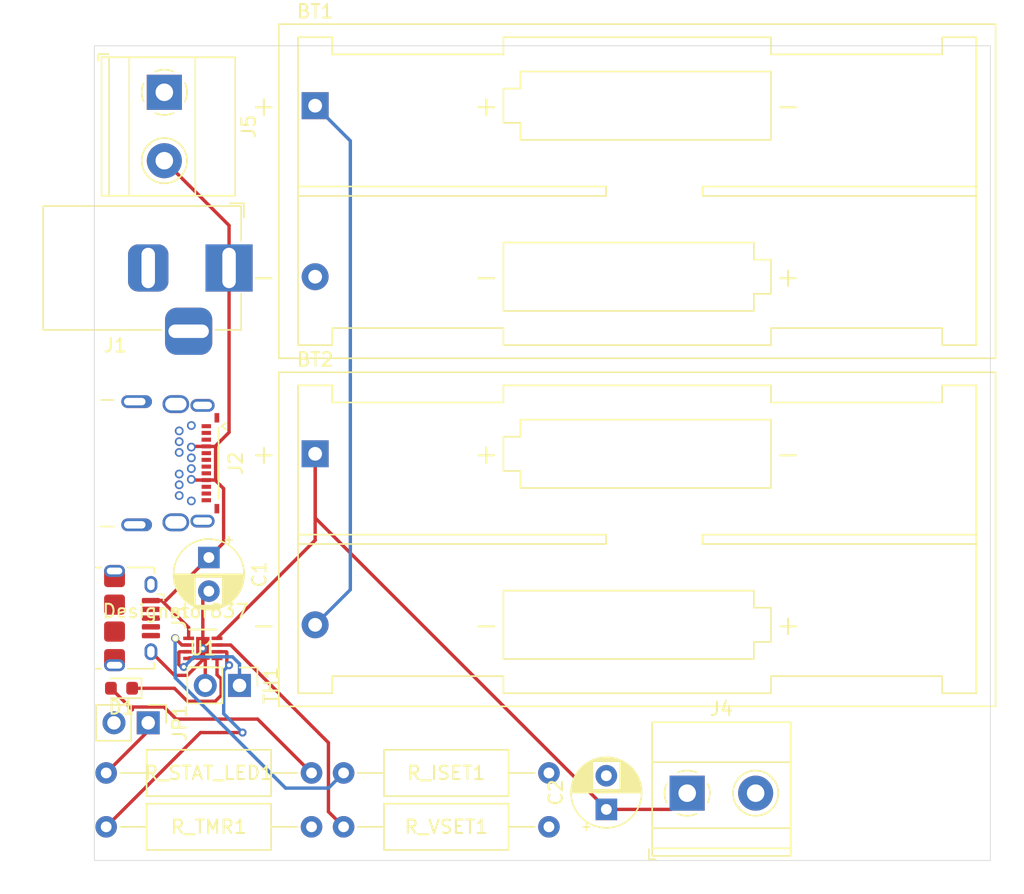
<source format=kicad_pcb>
(kicad_pcb (version 20240108) (generator "pcbnew") (generator_version "8.0")
  (layers (0 "F.Cu" signal) (31 "B.Cu" signal) (34 "B.Paste" user) (35 "F.Paste" user) (36 "B.SilkS" user "B.Silkscreen") (37 "F.SilkS" user "F.Silkscreen") (38 "B.Mask" user) (39 "F.Mask" user) (44 "Edge.Cuts" user))
  (net 0 "")
  (net 1 "0")
  (net 2 "Net-(BT1-+)")
  (net 3 "/VOUT")
  (net 4 "/VIN")
  (net 5 "Net-(D1-A)")
  (net 6 "Net-(D1-K)")
  (net 12 "+3.3V")
  (net 13 "Net-(U1-ISET)")
  (net 14 "Net-(U1-TMR)")
  (net 15 "Net-(U1-VSET)")
  (net 16 "Net-(U1-TS)")
  (net 18 "Net-(JP1-A)")
  (footprint "Capacitor_THT:CP_Radial_D5.0mm_P2.50mm" (layer "F.Cu") (at 58.5 138 -90)
    (property "Reference" "C1" (at 1.25 -3.75 90) (layer "F.SilkS"))
    (property "Value" "1 uF")
    (pad "1" thru_hole rect (at 0 0 270) (size 1.6 1.6) (drill 0.8) (layers "*.Cu" "*.Mask") (net 4 "/VIN"))
    (pad "2" thru_hole circle (at 2.5 0 270) (size 1.6 1.6) (drill 0.8) (layers "*.Cu" "*.Mask") (net 1 "0"))
  )
  (footprint "Connector_PinHeader_2.54mm:PinHeader_1x02_P2.54mm_Vertical" (layer "F.Cu") (at 60.775 147.5 -90)
    (property "Reference" "TH1" (at 0 -2.33 -90) (layer "F.SilkS"))
    (property "Value" "10 kOhm NTC")
    (pad "1" thru_hole rect (at 0 0 270) (size 1.7 1.7) (drill 1) (layers "*.Cu" "*.Mask") (net 16 "Net-(U1-TS)"))
    (pad "2" thru_hole oval (at 0 2.54 270) (size 1.7 1.7) (drill 1) (layers "*.Cu" "*.Mask") (net 1 "0"))
  )
  (footprint "Resistor_THT:R_Axial_DIN0309_L9.0mm_D3.2mm_P15.24mm_Horizontal" (layer "F.Cu") (at 68.5 158)
    (property "Reference" "R_VSET1" (at 7.62 0 360) (layer "F.SilkS"))
    (property "Value" "11 kOhm")
    (pad "1" thru_hole circle (at 0 0) (size 1.6 1.6) (drill 0.8) (layers "*.Cu" "*.Mask") (net 15 "Net-(U1-VSET)"))
    (pad "2" thru_hole oval (at 15.24 0) (size 1.6 1.6) (drill 0.8) (layers "*.Cu" "*.Mask") (net 1 "0"))
  )
  (footprint "Battery:BatteryHolder_Keystone_2468_2xAAA" (layer "F.Cu") (at 66.39 130.3)
    (property "Reference" "BT2" (at 0 -7 360) (layer "F.SilkS"))
    (property "Value" "~")
    (fp_text user "+" (at 12.7 0 360) (layer "F.SilkS") (effects (font (size 1.5 1.5))))
    (fp_text user "-" (at -3.81 12.7 360) (layer "F.SilkS") (effects (font (size 1.5 1.5))))
    (fp_text user "+" (at 35.1 12.7 360) (layer "F.SilkS") (effects (font (size 1.5 1.5))))
    (fp_text user "-" (at 35.1 0 360) (layer "F.SilkS") (effects (font (size 1.5 1.5))))
    (fp_text user "-" (at 12.7 12.7 360) (layer "F.SilkS") (effects (font (size 1.5 1.5))))
    (fp_text user "+" (at -3.81 0 360) (layer "F.SilkS") (effects (font (size 1.5 1.5))))
    (pad "" np_thru_hole circle (at 8.64 4) (size 3.45 3.45) (drill 3.45) (layers "*.Cu"))
    (pad "" np_thru_hole circle (at 38.61 8.7) (size 3.45 3.45) (drill 3.45) (layers "*.Cu" "*.Mask"))
    (pad "1" thru_hole rect (at 0 0) (size 2 2) (drill 1.02) (layers "*.Cu" "*.Mask") (net 3 "/VOUT"))
    (pad "2" thru_hole circle (at 0 12.7) (size 2 2) (drill 1.02) (layers "*.Cu" "*.Mask") (net 2 "Net-(BT1-+)"))
  )
  (footprint "BQ25172:DSG0008A-IPC_A" (layer "F.Cu") (at 58.053033 144.749999)
    (property "Reference" "U1" (at 0 0 0) (layer "F.SilkS"))
    (property "Value" "BQ25172DSGR")
    (fp_text user "Designator837" (at -2.032 -2.7686 0) (layer "F.SilkS"))
    (pad "1" smd rect (at -1.053033 -0.749998) (size 0.806066 0.256842) (layers "F.Cu" "F.Paste" "F.Mask") (net 4 "/VIN"))
    (pad "2" smd rect (at -1.053033 -0.25) (size 0.806066 0.256842) (layers "F.Cu" "F.Paste" "F.Mask") (net 13 "Net-(U1-ISET)"))
    (pad "3" smd rect (at -1.053033 0.25) (size 0.806066 0.256842) (layers "F.Cu" "F.Paste" "F.Mask") (net 16 "Net-(U1-TS)"))
    (pad "4" smd rect (at -1.053033 0.750001) (size 0.806066 0.256842) (layers "F.Cu" "F.Paste" "F.Mask") (net 1 "0"))
    (pad "5" smd rect (at 1.053033 0.750001) (size 0.806066 0.256842) (layers "F.Cu" "F.Paste" "F.Mask") (net 6 "Net-(D1-K)"))
    (pad "6" smd rect (at 1.053033 0.25) (size 0.806066 0.256842) (layers "F.Cu" "F.Paste" "F.Mask") (net 14 "Net-(U1-TMR)"))
    (pad "7" smd rect (at 1.053033 -0.25) (size 0.806066 0.256842) (layers "F.Cu" "F.Paste" "F.Mask") (net 15 "Net-(U1-VSET)"))
    (pad "8" smd rect (at 1.053033 -0.749998) (size 0.806066 0.256842) (layers "F.Cu" "F.Paste" "F.Mask") (net 3 "/VOUT"))
    (pad "9" smd rect (at 0 0) (size 1 1.699999) (layers "F.Cu" "F.Mask") (net 1 "0"))
  )
  (footprint "Battery:BatteryHolder_Keystone_2468_2xAAA" (layer "F.Cu") (at 66.39 104.45)
    (property "Reference" "BT1" (at 0 -7 360) (layer "F.SilkS"))
    (property "Value" "~")
    (fp_text user "+" (at 12.7 0 360) (layer "F.SilkS") (effects (font (size 1.5 1.5))))
    (fp_text user "+" (at -3.81 0 360) (layer "F.SilkS") (effects (font (size 1.5 1.5))))
    (fp_text user "+" (at 35.1 12.7 360) (layer "F.SilkS") (effects (font (size 1.5 1.5))))
    (fp_text user "-" (at 12.7 12.7 360) (layer "F.SilkS") (effects (font (size 1.5 1.5))))
    (fp_text user "-" (at -3.81 12.7 360) (layer "F.SilkS") (effects (font (size 1.5 1.5))))
    (fp_text user "-" (at 35.1 0 360) (layer "F.SilkS") (effects (font (size 1.5 1.5))))
    (pad "" np_thru_hole circle (at 8.64 4) (size 3.45 3.45) (drill 3.45) (layers "*.Cu"))
    (pad "" np_thru_hole circle (at 38.61 8.7) (size 3.45 3.45) (drill 3.45) (layers "*.Cu" "*.Mask"))
    (pad "1" thru_hole rect (at 0 0) (size 2 2) (drill 1.02) (layers "*.Cu" "*.Mask") (net 2 "Net-(BT1-+)"))
    (pad "2" thru_hole circle (at 0 12.7) (size 2 2) (drill 1.02) (layers "*.Cu" "*.Mask") (net 1 "0"))
  )
  (footprint "Connector_PinHeader_2.54mm:PinHeader_1x02_P2.54mm_Vertical" (layer "F.Cu") (at 54 150.277092 -90)
    (property "Reference" "JP1" (at 0 -2.33 90) (layer "F.SilkS"))
    (property "Value" "Jumper_2_Bridged")
    (pad "1" thru_hole rect (at 0 0 270) (size 1.7 1.7) (drill 1) (layers "*.Cu" "*.Mask") (net 18 "Net-(JP1-A)"))
    (pad "2" thru_hole oval (at 0 2.54 270) (size 1.7 1.7) (drill 1) (layers "*.Cu" "*.Mask") (net 12 "+3.3V"))
  )
  (footprint "TerminalBlock_Phoenix:TerminalBlock_Phoenix_MKDS-1,5-2-5.08_1x02_P5.08mm_Horizontal" (layer "F.Cu") (at 55.195 103.455 -90)
    (property "Reference" "J5" (at 2.54 -6.26 90) (layer "F.SilkS"))
    (property "Value" "Screw_Terminal_01x02")
    (pad "1" thru_hole rect (at 0 0 270) (size 2.6 2.6) (drill 1.3) (layers "*.Cu" "*.Mask") (net 1 "0"))
    (pad "2" thru_hole circle (at 5.08 0 270) (size 2.6 2.6) (drill 1.3) (layers "*.Cu" "*.Mask") (net 4 "/VIN"))
  )
  (footprint "TerminalBlock_Phoenix:TerminalBlock_Phoenix_MKDS-1,5-2-5.08_1x02_P5.08mm_Horizontal" (layer "F.Cu") (at 94 155.5)
    (property "Reference" "J4" (at 2.54 -6.26 360) (layer "F.SilkS"))
    (property "Value" "Screw_Terminal_01x02")
    (pad "1" thru_hole rect (at 0 0) (size 2.6 2.6) (drill 1.3) (layers "*.Cu" "*.Mask") (net 3 "/VOUT"))
    (pad "2" thru_hole circle (at 5.08 0) (size 2.6 2.6) (drill 1.3) (layers "*.Cu" "*.Mask") (net 1 "0"))
  )
  (footprint "Resistor_THT:R_Axial_DIN0309_L9.0mm_D3.2mm_P15.24mm_Horizontal" (layer "F.Cu") (at 66.12 154 180)
    (property "Reference" "R_STAT_LED1" (at 7.62 0 360) (layer "F.SilkS"))
    (property "Value" "300 Ohm")
    (pad "1" thru_hole circle (at 0 0 180) (size 1.6 1.6) (drill 0.8) (layers "*.Cu" "*.Mask") (net 5 "Net-(D1-A)"))
    (pad "2" thru_hole oval (at 15.24 0 180) (size 1.6 1.6) (drill 0.8) (layers "*.Cu" "*.Mask") (net 18 "Net-(JP1-A)"))
  )
  (footprint "Capacitor_THT:CP_Radial_D5.0mm_P2.50mm" (layer "F.Cu") (at 88 156.705113 90)
    (property "Reference" "C2" (at 1.25 -3.75 90) (layer "F.SilkS"))
    (property "Value" "1 uF")
    (pad "1" thru_hole rect (at 0 0 90) (size 1.6 1.6) (drill 0.8) (layers "*.Cu" "*.Mask") (net 3 "/VOUT"))
    (pad "2" thru_hole circle (at 2.5 0 90) (size 1.6 1.6) (drill 0.8) (layers "*.Cu" "*.Mask") (net 1 "0"))
  )
  (footprint "Connector_BarrelJack:BarrelJack_Horizontal" (layer "F.Cu") (at 60 116.5)
    (property "Reference" "J1" (at -8.45 5.75 0) (layer "F.SilkS"))
    (property "Value" "Barrel_Jack_MountingPin")
    (pad "1" thru_hole rect (at 0 0) (size 3.5 3.5) (drill oval 1 3) (layers "*.Cu" "*.Mask") (net 4 "/VIN"))
    (pad "2" thru_hole roundrect (at -6 0) (size 3 3.5) (drill oval 1 3) (layers "*.Cu" "*.Mask") (net 1 "0"))
    (pad "3" thru_hole roundrect (at -3 4.7) (size 3.5 3.5) (drill oval 3 1) (layers "*.Cu" "*.Mask"))
  )
  (footprint "Resistor_THT:R_Axial_DIN0309_L9.0mm_D3.2mm_P15.24mm_Horizontal" (layer "F.Cu") (at 50.88 158)
    (property "Reference" "R_TMR1" (at 7.62 0 360) (layer "F.SilkS"))
    (property "Value" "15 kOhm")
    (pad "1" thru_hole circle (at 0 0) (size 1.6 1.6) (drill 0.8) (layers "*.Cu" "*.Mask") (net 14 "Net-(U1-TMR)"))
    (pad "2" thru_hole oval (at 15.24 0) (size 1.6 1.6) (drill 0.8) (layers "*.Cu" "*.Mask") (net 1 "0"))
  )
  (footprint "Connector_USB:USB_C_Receptacle_CNCTech_C-ARA1-AK51X" (layer "F.Cu") (at 55 131 -90)
    (property "Reference" "J2" (at 0 -5.5 90) (layer "F.SilkS"))
    (property "Value" "USB_C_Receptacle_PowerOnly_24P")
    (pad "A1" smd rect (at -2.75 -3.31 270) (size 0.3 0.7) (layers "F.Cu" "F.Paste" "F.Mask") (net 1 "0"))
    (pad "A2" smd rect (at -2.25 -3.31 270) (size 0.3 0.7) (layers "F.Cu" "F.Paste" "F.Mask"))
    (pad "A3" smd rect (at -1.75 -3.31 270) (size 0.3 0.7) (layers "F.Cu" "F.Paste" "F.Mask"))
    (pad "A4" smd rect (at -1.25 -3.31 270) (size 0.3 0.7) (layers "F.Cu" "F.Paste" "F.Mask") (net 4 "/VIN"))
    (pad "A5" smd rect (at -0.75 -3.31 270) (size 0.3 0.7) (layers "F.Cu" "F.Paste" "F.Mask"))
    (pad "A6" smd rect (at -0.25 -3.31 270) (size 0.3 0.7) (layers "F.Cu" "F.Paste" "F.Mask"))
    (pad "A7" smd rect (at 0.25 -3.31 270) (size 0.3 0.7) (layers "F.Cu" "F.Paste" "F.Mask"))
    (pad "A8" smd rect (at 0.75 -3.31 270) (size 0.3 0.7) (layers "F.Cu" "F.Paste" "F.Mask"))
    (pad "A9" smd rect (at 1.25 -3.31 270) (size 0.3 0.7) (layers "F.Cu" "F.Paste" "F.Mask") (net 4 "/VIN"))
    (pad "A10" smd rect (at 1.75 -3.31 270) (size 0.3 0.7) (layers "F.Cu" "F.Paste" "F.Mask"))
    (pad "A11" smd rect (at 2.25 -3.31 270) (size 0.3 0.7) (layers "F.Cu" "F.Paste" "F.Mask"))
    (pad "A12" smd rect (at 2.75 -3.31 270) (size 0.3 0.7) (layers "F.Cu" "F.Paste" "F.Mask") (net 1 "0"))
    (pad "B1" thru_hole circle (at 2.8 -2.2 270) (size 0.65 0.65) (drill 0.4) (layers "*.Cu" "*.Mask" "F.Paste") (net 1 "0"))
    (pad "B2" thru_hole circle (at 2.4 -1.3 270) (size 0.65 0.65) (drill 0.4) (layers "*.Cu" "*.Mask" "F.Paste"))
    (pad "B3" thru_hole circle (at 1.6 -1.3 270) (size 0.65 0.65) (drill 0.4) (layers "*.Cu" "*.Mask" "F.Paste"))
    (pad "B4" thru_hole circle (at 1.2 -2.2 270) (size 0.65 0.65) (drill 0.4) (layers "*.Cu" "*.Mask" "F.Paste") (net 4 "/VIN"))
    (pad "B5" thru_hole circle (at 0.8 -1.3 270) (size 0.65 0.65) (drill 0.4) (layers "*.Cu" "*.Mask" "F.Paste"))
    (pad "B6" thru_hole circle (at 0.4 -2.2 270) (size 0.65 0.65) (drill 0.4) (layers "*.Cu" "*.Mask" "F.Paste"))
    (pad "B7" thru_hole circle (at -0.4 -2.2 270) (size 0.65 0.65) (drill 0.4) (layers "*.Cu" "*.Mask" "F.Paste"))
    (pad "B8" thru_hole circle (at -0.8 -1.3 270) (size 0.65 0.65) (drill 0.4) (layers "*.Cu" "*.Mask" "F.Paste"))
    (pad "B9" thru_hole circle (at -1.2 -2.2 270) (size 0.65 0.65) (drill 0.4) (layers "*.Cu" "*.Mask" "F.Paste") (net 4 "/VIN"))
    (pad "B10" thru_hole circle (at -1.6 -1.3 270) (size 0.65 0.65) (drill 0.4) (layers "*.Cu" "*.Mask" "F.Paste"))
    (pad "B11" thru_hole circle (at -2.4 -1.3 270) (size 0.65 0.65) (drill 0.4) (layers "*.Cu" "*.Mask" "F.Paste"))
    (pad "B12" thru_hole circle (at -2.8 -2.2 270) (size 0.65 0.65) (drill 0.4) (layers "*.Cu" "*.Mask" "F.Paste") (net 1 "0"))
    (pad "S1" thru_hole oval (at -4.575 2 270) (size 0.95 2.28) (drill oval 0.55 1.6 (offset 0 -0.14)) (layers "*.Cu" "*.Mask" "F.Paste") (net 1 "0"))
    (pad "S1" thru_hole oval (at -4.39 -1.05 270) (size 1.33 1.98) (drill oval 0.93 1.58) (layers "*.Cu" "*.Mask" "F.Paste") (net 1 "0"))
    (pad "S1" thru_hole oval (at -4.295 -3.03 270) (size 0.95 1.8) (drill oval 0.55 1.4) (layers "*.Cu" "*.Mask" "F.Paste") (net 1 "0"))
    (pad "S1" smd rect (at -3.375 -4.095 270) (size 0.7 0.35) (layers "F.Cu" "F.Paste" "F.Mask") (net 1 "0"))
    (pad "S1" smd rect (at 3.375 -4.095 270) (size 0.7 0.35) (layers "F.Cu" "F.Paste" "F.Mask") (net 1 "0"))
    (pad "S1" thru_hole oval (at 4.295 -3.03 270) (size 0.95 1.8) (drill oval 0.55 1.4) (layers "*.Cu" "*.Mask" "F.Paste") (net 1 "0"))
    (pad "S1" thru_hole oval (at 4.39 -1.05 270) (size 1.33 1.98) (drill oval 0.93 1.58) (layers "*.Cu" "*.Mask" "F.Paste") (net 1 "0"))
    (pad "S1" thru_hole oval (at 4.575 2 270) (size 0.95 2.28) (drill oval 0.55 1.6 (offset 0 -0.14)) (layers "*.Cu" "*.Mask" "F.Paste") (net 1 "0"))
  )
  (footprint "Resistor_THT:R_Axial_DIN0309_L9.0mm_D3.2mm_P15.24mm_Horizontal" (layer "F.Cu") (at 68.5 154)
    (property "Reference" "R_ISET1" (at 7.62 0 360) (layer "F.SilkS"))
    (property "Value" "375 Ohm")
    (pad "1" thru_hole circle (at 0 0) (size 1.6 1.6) (drill 0.8) (layers "*.Cu" "*.Mask") (net 13 "Net-(U1-ISET)"))
    (pad "2" thru_hole oval (at 15.24 0) (size 1.6 1.6) (drill 0.8) (layers "*.Cu" "*.Mask") (net 1 "0"))
  )
  (footprint "LED_SMD:LED_0603_1608Metric" (layer "F.Cu") (at 52.019862 147.710247 180)
    (property "Reference" "D1" (at 0 -1.43 360) (layer "F.SilkS"))
    (property "Value" "LED")
    (pad "1" smd roundrect (at -0.7875 0 180) (size 0.875 0.95) (layers "F.Cu" "F.Paste" "F.Mask") (net 6 "Net-(D1-K)"))
    (pad "2" smd roundrect (at 0.7875 0 180) (size 0.875 0.95) (layers "F.Cu" "F.Paste" "F.Mask") (net 5 "Net-(D1-A)"))
  )
  (footprint "Connector_USB:USB_Micro-B_Amphenol_10118194_Horizontal" (layer "F.Cu") (at 52.8 142.5 -90)
    (property "Reference" "J3" (at 0 -3.5 90) (layer "F.SilkS"))
    (property "Value" "USB_B_Micro")
    (pad "1" smd roundrect (at -1.3 -1.4 270) (size 0.4 1.35) (layers "F.Cu" "F.Paste" "F.Mask") (net 4 "/VIN"))
    (pad "2" smd roundrect (at -0.65 -1.4 270) (size 0.4 1.35) (layers "F.Cu" "F.Paste" "F.Mask"))
    (pad "3" smd roundrect (at 0 -1.4 270) (size 0.4 1.35) (layers "F.Cu" "F.Paste" "F.Mask"))
    (pad "4" smd roundrect (at 0.65 -1.4 270) (size 0.4 1.35) (layers "F.Cu" "F.Paste" "F.Mask"))
    (pad "5" smd roundrect (at 1.3 -1.4 270) (size 0.4 1.35) (layers "F.Cu" "F.Paste" "F.Mask") (net 1 "0"))
    (pad "6" thru_hole oval (at -3.5 1.3 270) (size 0.89 1.55) (drill oval 0.5 1.15) (layers "*.Cu" "*.Mask") (net 1 "0"))
    (pad "6" smd roundrect (at -3.025 1.3 270) (size 1.45 1.55) (layers "F.Cu" "F.Paste" "F.Mask") (roundrect_rratio 0.1724137931) (net 1 "0"))
    (pad "6" thru_hole oval (at -2.5 -1.4 270) (size 1.25 0.95) (drill oval 0.85 0.55) (layers "*.Cu" "*.Mask") (net 1 "0"))
    (pad "6" smd roundrect (at -1 1.3 270) (size 1.5 1.55) (layers "F.Cu" "F.Paste" "F.Mask") (roundrect_rratio 0.1666666667) (net 1 "0"))
    (pad "6" smd roundrect (at 1 1.3 270) (size 1.5 1.55) (layers "F.Cu" "F.Paste" "F.Mask") (roundrect_rratio 0.1666666667) (net 1 "0"))
    (pad "6" thru_hole oval (at 2.5 -1.4 270) (size 1.25 0.95) (drill oval 0.85 0.55) (layers "*.Cu" "*.Mask") (net 1 "0"))
    (pad "6" smd roundrect (at 3.025 1.3 270) (size 1.45 1.55) (layers "F.Cu" "F.Paste" "F.Mask") (roundrect_rratio 0.1724137931) (net 1 "0"))
    (pad "6" thru_hole oval (at 3.5 1.3 270) (size 0.89 1.55) (drill oval 0.5 1.15) (layers "*.Cu" "*.Mask") (net 1 "0"))
  )
  (gr_rect (start 50 100) (end 116.5 160.5) (stroke (width 0.05)) (fill none) (layer "Edge.Cuts"))
  (segment (start 54.2 145) (end 55.95342 146.75342) (width 0.25) (layer "F.Cu") (net 1))
  (segment (start 58.053033 145.12842) (end 58.053033 144.749999) (width 0.25) (layer "F.Cu") (net 1))
  (segment (start 57 145.5) (end 57.04658 145.45342) (width 0.25) (layer "F.Cu") (net 1))
  (segment (start 56.89961 146.75342) (end 58.053033 145.599997) (width 0.25) (layer "F.Cu") (net 1))
  (segment (start 58.235 144.931966) (end 58.053033 144.749999) (width 0.25) (layer "F.Cu") (net 1))
  (segment (start 58.053033 140.946967) (end 58.5 140.5) (width 0.25) (layer "F.Cu") (net 1))
  (segment (start 55.95342 146.75342) (end 56.89961 146.75342) (width 0.25) (layer "F.Cu") (net 1))
  (segment (start 58.235 147.5) (end 58.235 144.931966) (width 0.25) (layer "F.Cu") (net 1))
  (segment (start 58.053033 145.599997) (end 58.053033 144.749999) (width 0.25) (layer "F.Cu") (net 1))
  (segment (start 57.728033 145.45342) (end 58.053033 145.12842) (width 0.25) (layer "F.Cu") (net 1))
  (segment (start 58.053033 144.749999) (end 58.053033 140.946967) (width 0.25) (layer "F.Cu") (net 1))
  (segment (start 57.04658 145.45342) (end 57.728033 145.45342) (width 0.25) (layer "F.Cu") (net 1))
  (via (at 58.053033 144.749999) (size 0.6) (drill 0.3) (layers "F.Cu" "B.Cu") (net 1))
  (segment (start 69 107.06) (end 66.39 104.45) (width 0.25) (layer "B.Cu") (net 2))
  (segment (start 69 140.39) (end 69 107.06) (width 0.25) (layer "B.Cu") (net 2))
  (segment (start 66.39 143) (end 69 140.39) (width 0.25) (layer "B.Cu") (net 2))
  (segment (start 66.39 130.3) (end 66.39 136.716067) (width 0.25) (layer "F.Cu") (net 3))
  (segment (start 92.794887 156.705113) (end 94 155.5) (width 0.25) (layer "F.Cu") (net 3))
  (segment (start 66.39 130.3) (end 66.39 135.059009) (width 0.25) (layer "F.Cu") (net 3))
  (segment (start 88 156.669009) (end 88 156.705113) (width 0.25) (layer "F.Cu") (net 3))
  (segment (start 66.39 136.716067) (end 59.106066 144.000001) (width 0.25) (layer "F.Cu") (net 3))
  (segment (start 88 156.705113) (end 92.794887 156.705113) (width 0.25) (layer "F.Cu") (net 3))
  (segment (start 66.39 135.059009) (end 88 156.669009) (width 0.25) (layer "F.Cu") (net 3))
  (segment (start 58.31 132.25) (end 57.25 132.25) (width 0.25) (layer "F.Cu") (net 4))
  (segment (start 55.195 108.535) (end 60 113.34) (width 0.25) (layer "F.Cu") (net 4))
  (segment (start 58.5 138) (end 55.3 141.2) (width 0.25) (layer "F.Cu") (net 4))
  (segment (start 57.25 132.25) (end 57.2 132.2) (width 0.25) (layer "F.Cu") (net 4))
  (segment (start 59.595 132.885) (end 59.595 136.905) (width 0.25) (layer "F.Cu") (net 4))
  (segment (start 58.31 129.75) (end 58.96 129.75) (width 0.25) (layer "F.Cu") (net 4))
  (segment (start 58.31 129.75) (end 57.25 129.75) (width 0.25) (layer "F.Cu") (net 4))
  (segment (start 59 132.21) (end 58.96 132.25) (width 0.25) (layer "F.Cu") (net 4))
  (segment (start 60 113.34) (end 60 116.5) (width 0.25) (layer "F.Cu") (net 4))
  (segment (start 59.595 136.905) (end 58.5 138) (width 0.25) (layer "F.Cu") (net 4))
  (segment (start 58.31 132.25) (end 58.96 132.25) (width 0.25) (layer "F.Cu") (net 4))
  (segment (start 54.2 141.2) (end 55 141.2) (width 0.25) (layer "F.Cu") (net 4))
  (segment (start 58.96 129.75) (end 59 129.79) (width 0.25) (layer "F.Cu") (net 4))
  (segment (start 55 141.2) (end 57 143.2) (width 0.25) (layer "F.Cu") (net 4))
  (segment (start 60 116.5) (end 60 128.71) (width 0.25) (layer "F.Cu") (net 4))
  (segment (start 55.3 141.2) (end 54.2 141.2) (width 0.25) (layer "F.Cu") (net 4))
  (segment (start 60 128.71) (end 58.96 129.75) (width 0.25) (layer "F.Cu") (net 4))
  (segment (start 57 143.2) (end 57 144.000001) (width 0.25) (layer "F.Cu") (net 4))
  (segment (start 57.25 129.75) (end 57.2 129.8) (width 0.25) (layer "F.Cu") (net 4))
  (segment (start 59 129.79) (end 59 132.21) (width 0.25) (layer "F.Cu") (net 4))
  (segment (start 58.96 132.25) (end 59.595 132.885) (width 0.25) (layer "F.Cu") (net 4))
  (segment (start 62.12 150) (end 66.12 154) (width 0.25) (layer "F.Cu") (net 5))
  (segment (start 56.072908 150) (end 62.12 150) (width 0.25) (layer "F.Cu") (net 5))
  (segment (start 55.175 149.102092) (end 56.072908 150) (width 0.25) (layer "F.Cu") (net 5))
  (segment (start 51.232362 147.710247) (end 52.825 149.302885) (width 0.25) (layer "F.Cu") (net 5))
  (segment (start 52.825 149.302885) (end 52.825 149.102092) (width 0.25) (layer "F.Cu") (net 5))
  (segment (start 52.825 149.102092) (end 55.175 149.102092) (width 0.25) (layer "F.Cu") (net 5))
  (segment (start 59.106066 146.709365) (end 59.41 147.013299) (width 0.25) (layer "F.Cu") (net 6))
  (segment (start 59.106066 145.5) (end 59.106066 146.709365) (width 0.25) (layer "F.Cu") (net 6))
  (segment (start 58.977092 148.675) (end 56.907537 148.675) (width 0.25) (layer "F.Cu") (net 6))
  (segment (start 59.41 147.013299) (end 59.41 148.242092) (width 0.25) (layer "F.Cu") (net 6))
  (segment (start 59.41 148.242092) (end 58.977092 148.675) (width 0.25) (layer "F.Cu") (net 6))
  (segment (start 56.907537 148.675) (end 55.942784 147.710247) (width 0.25) (layer "F.Cu") (net 6))
  (segment (start 55.942784 147.710247) (end 52.807362 147.710247) (width 0.25) (layer "F.Cu") (net 6))
  (segment (start 57 144.499999) (end 56.499999 144.499999) (width 0.25) (layer "F.Cu") (net 13))
  (segment (start 56.499999 144.499999) (end 56 144) (width 0.25) (layer "F.Cu") (net 13))
  (via (at 56 144) (size 0.6) (drill 0.3) (layers "F.Cu" "B.Cu") (net 13))
  (segment (start 56 146.926701) (end 64.198299 155.125) (width 0.25) (layer "B.Cu") (net 13))
  (segment (start 64.198299 155.125) (end 67.375 155.125) (width 0.25) (layer "B.Cu") (net 13))
  (segment (start 56 144) (end 56 146.926701) (width 0.25) (layer "B.Cu") (net 13))
  (segment (start 67.375 155.125) (end 68.5 154) (width 0.25) (layer "B.Cu") (net 13))
  (segment (start 61 151) (end 57.88 151) (width 0.25) (layer "F.Cu") (net 14))
  (segment (start 60 146) (end 59.834099 145.834099) (width 0.25) (layer "F.Cu") (net 14))
  (segment (start 57.88 151) (end 50.88 158) (width 0.25) (layer "F.Cu") (net 14))
  (segment (start 59.834099 145.834099) (end 59.834099 145.046579) (width 0.25) (layer "F.Cu") (net 14))
  (segment (start 59.787519 144.999999) (end 59.106066 144.999999) (width 0.25) (layer "F.Cu") (net 14))
  (segment (start 59.834099 145.046579) (end 59.787519 144.999999) (width 0.25) (layer "F.Cu") (net 14))
  (via (at 60 146) (size 0.6) (drill 0.3) (layers "F.Cu" "B.Cu") (net 14))
  (via (at 61 151) (size 0.6) (drill 0.3) (layers "F.Cu" "B.Cu") (net 14))
  (segment (start 61 151) (end 59.6 149.6) (width 0.25) (layer "B.Cu") (net 14))
  (segment (start 59.6 146.4) (end 60 146) (width 0.25) (layer "B.Cu") (net 14))
  (segment (start 59.6 149.6) (end 59.6 146.4) (width 0.25) (layer "B.Cu") (net 14))
  (segment (start 67.375 156.875) (end 68.5 158) (width 0.25) (layer "F.Cu") (net 15))
  (segment (start 60.124999 144.499999) (end 67.375 151.75) (width 0.25) (layer "F.Cu") (net 15))
  (segment (start 59.106066 144.499999) (end 60.124999 144.499999) (width 0.25) (layer "F.Cu") (net 15))
  (segment (start 67.375 151.75) (end 67.375 156.875) (width 0.25) (layer "F.Cu") (net 15))
  (segment (start 56.318547 144.999999) (end 56.271967 145.046579) (width 0.25) (layer "F.Cu") (net 16))
  (segment (start 56.271967 145.953421) (end 56.446966 146.12842) (width 0.25) (layer "F.Cu") (net 16))
  (segment (start 57 144.999999) (end 56.318547 144.999999) (width 0.25) (layer "F.Cu") (net 16))
  (segment (start 56.271967 145.046579) (end 56.271967 145.953421) (width 0.25) (layer "F.Cu") (net 16))
  (segment (start 56.446966 146.12842) (end 56.640726 146.12842) (width 0.25) (layer "F.Cu") (net 16))
  (via (at 56.640726 146.12842) (size 0.6) (drill 0.3) (layers "F.Cu" "B.Cu") (net 16))
  (segment (start 60.775 145.891116) (end 60.775 147.5) (width 0.25) (layer "B.Cu") (net 16))
  (segment (start 56.640726 146.12842) (end 57.394146 145.375) (width 0.25) (layer "B.Cu") (net 16))
  (segment (start 60.258884 145.375) (end 60.775 145.891116) (width 0.25) (layer "B.Cu") (net 16))
  (segment (start 57.394146 145.375) (end 60.258884 145.375) (width 0.25) (layer "B.Cu") (net 16))
  (segment (start 54 150.277092) (end 54 150.88) (width 0.25) (layer "F.Cu") (net 18))
  (segment (start 54 150.88) (end 50.88 154) (width 0.25) (layer "F.Cu") (net 18))
)
</source>
